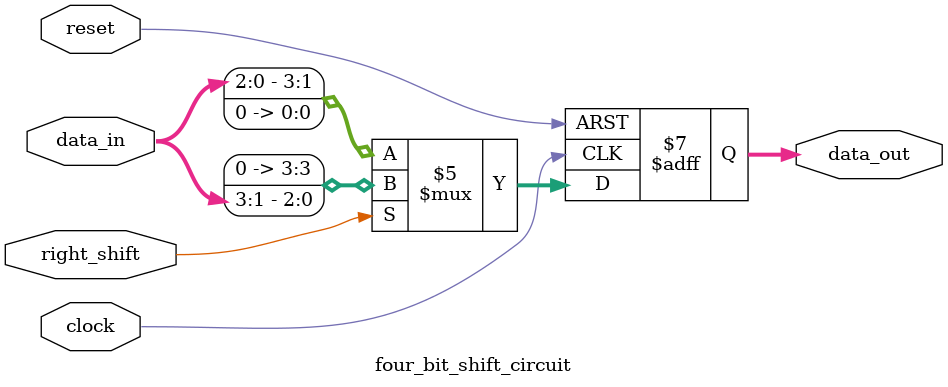
<source format=v>
module four_bit_shift_circuit
(
    input clock,
    input reset,
    input right_shift,
    input [3:0] data_in,
    output reg [3:0] data_out
);

    always @(posedge clock or posedge reset) begin

        if (reset) begin

            data_out <= 4'b0000; // Reset output to 0

        end

        else begin 

            if (right_shift) begin

                data_out <= data_in >> 1; // Shift right

            end

            else begin

                data_out <= data_in << 1; // Shift left

            end

        end

    end

endmodule

</source>
